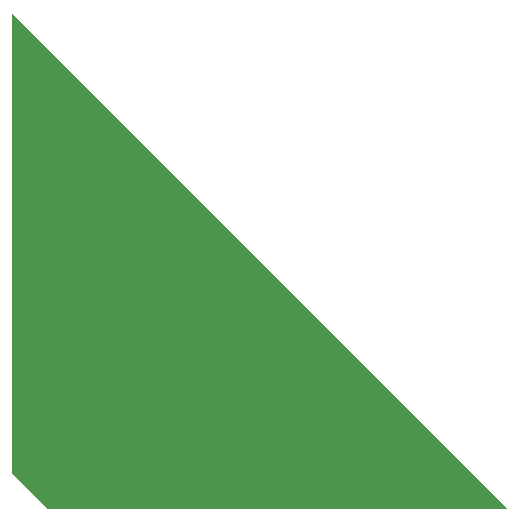
<source format=gbl>
G04 start of page 3 for group 1 idx 1 *
G04 Title: 26.005.00.01.01, bottom *
G04 Creator: pcb 4.1.2 *
G04 CreationDate: Sun Jul 29 08:17:16 2018 UTC *
G04 For: bert *
G04 Format: Gerber/RS-274X *
G04 PCB-Dimensions (mil): 2047.24 2047.24 *
G04 PCB-Coordinate-Origin: lower left *
%MOIN*%
%FSLAX25Y25*%
%LNGBL*%
%ADD16C,0.0400*%
%ADD15C,0.0650*%
%ADD14C,0.0001*%
G54D14*G36*
X19685Y185039D02*X185039Y19685D01*
X31496D01*
X19685Y31496D01*
Y185039D01*
G37*
G54D15*X25591Y165354D03*
Y51181D03*
X51181Y25591D03*
X165354D03*
G54D16*M02*

</source>
